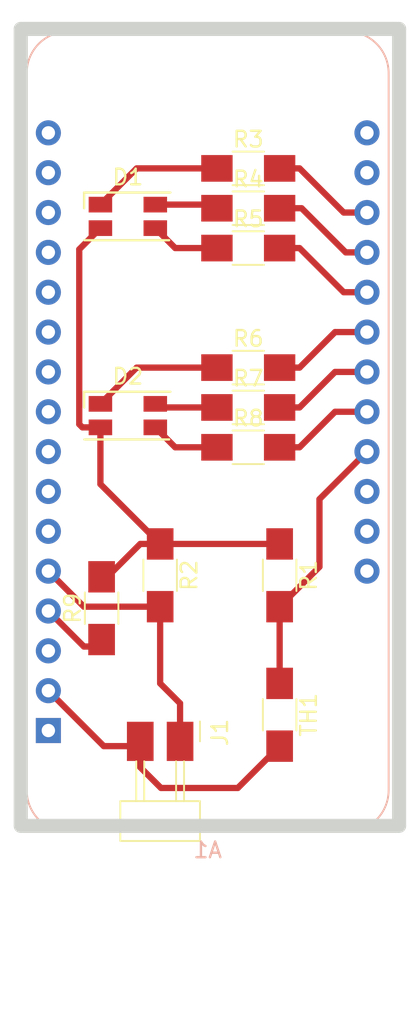
<source format=kicad_pcb>
(kicad_pcb (version 20171130) (host pcbnew "(5.1.12)-1")

  (general
    (thickness 1.6)
    (drawings 4)
    (tracks 57)
    (zones 0)
    (modules 14)
    (nets 35)
  )

  (page A4)
  (layers
    (0 F.Cu signal)
    (31 B.Cu signal)
    (32 B.Adhes user)
    (33 F.Adhes user)
    (34 B.Paste user)
    (35 F.Paste user)
    (36 B.SilkS user)
    (37 F.SilkS user)
    (38 B.Mask user)
    (39 F.Mask user)
    (40 Dwgs.User user)
    (41 Cmts.User user)
    (42 Eco1.User user)
    (43 Eco2.User user)
    (44 Edge.Cuts user)
    (45 Margin user)
    (46 B.CrtYd user)
    (47 F.CrtYd user)
    (48 B.Fab user)
    (49 F.Fab user)
  )

  (setup
    (last_trace_width 0.4)
    (trace_clearance 0.4)
    (zone_clearance 0.508)
    (zone_45_only no)
    (trace_min 0.2)
    (via_size 1)
    (via_drill 0.8)
    (via_min_size 0.4)
    (via_min_drill 0.3)
    (uvia_size 0.3)
    (uvia_drill 0.1)
    (uvias_allowed no)
    (uvia_min_size 0.2)
    (uvia_min_drill 0.1)
    (edge_width 0.05)
    (segment_width 0.2)
    (pcb_text_width 0.3)
    (pcb_text_size 1.5 1.5)
    (mod_edge_width 0.12)
    (mod_text_size 1 1)
    (mod_text_width 0.15)
    (pad_size 1.6 1.6)
    (pad_drill 0.85)
    (pad_to_mask_clearance 0)
    (aux_axis_origin 0 0)
    (visible_elements 7FFFFFFF)
    (pcbplotparams
      (layerselection 0x010fc_ffffffff)
      (usegerberextensions false)
      (usegerberattributes true)
      (usegerberadvancedattributes true)
      (creategerberjobfile true)
      (excludeedgelayer true)
      (linewidth 0.100000)
      (plotframeref false)
      (viasonmask false)
      (mode 1)
      (useauxorigin false)
      (hpglpennumber 1)
      (hpglpenspeed 20)
      (hpglpendiameter 15.000000)
      (psnegative false)
      (psa4output false)
      (plotreference true)
      (plotvalue true)
      (plotinvisibletext false)
      (padsonsilk false)
      (subtractmaskfromsilk false)
      (outputformat 1)
      (mirror false)
      (drillshape 1)
      (scaleselection 1)
      (outputdirectory ""))
  )

  (net 0 "")
  (net 1 "Net-(A1-Pad16)")
  (net 2 "Net-(A1-Pad15)")
  (net 3 "Net-(A1-Pad14)")
  (net 4 "Net-(A1-Pad13)")
  (net 5 "Net-(A1-Pad12)")
  (net 6 "Net-(A1-Pad11)")
  (net 7 "Net-(A1-Pad10)")
  (net 8 "Net-(A1-Pad9)")
  (net 9 FutureLCD2)
  (net 10 FutureLCD)
  (net 11 VoltageDiv2)
  (net 12 VoltageDiv1)
  (net 13 GND)
  (net 14 "Net-(A1-Pad3)")
  (net 15 VCC)
  (net 16 "Net-(A1-Pad1)")
  (net 17 "Net-(A1-Pad28)")
  (net 18 "Net-(A1-Pad27)")
  (net 19 "Net-(A1-Pad26)")
  (net 20 Blue2)
  (net 21 Green2)
  (net 22 Red2)
  (net 23 Blue1)
  (net 24 Green1)
  (net 25 Red1)
  (net 26 "Net-(A1-Pad18)")
  (net 27 "Net-(A1-Pad17)")
  (net 28 "Net-(D1-Pad1)")
  (net 29 "Net-(D1-Pad4)")
  (net 30 "Net-(D1-Pad3)")
  (net 31 "Net-(D2-Pad3)")
  (net 32 "Net-(D2-Pad4)")
  (net 33 "Net-(D2-Pad1)")
  (net 34 "Net-(A1-Pad8)")

  (net_class Default "This is the default net class."
    (clearance 0.4)
    (trace_width 0.4)
    (via_dia 1)
    (via_drill 0.8)
    (uvia_dia 0.3)
    (uvia_drill 0.1)
    (add_net Blue1)
    (add_net Blue2)
    (add_net FutureLCD)
    (add_net FutureLCD2)
    (add_net GND)
    (add_net Green1)
    (add_net Green2)
    (add_net "Net-(A1-Pad1)")
    (add_net "Net-(A1-Pad10)")
    (add_net "Net-(A1-Pad11)")
    (add_net "Net-(A1-Pad12)")
    (add_net "Net-(A1-Pad13)")
    (add_net "Net-(A1-Pad14)")
    (add_net "Net-(A1-Pad15)")
    (add_net "Net-(A1-Pad16)")
    (add_net "Net-(A1-Pad17)")
    (add_net "Net-(A1-Pad18)")
    (add_net "Net-(A1-Pad26)")
    (add_net "Net-(A1-Pad27)")
    (add_net "Net-(A1-Pad28)")
    (add_net "Net-(A1-Pad3)")
    (add_net "Net-(A1-Pad8)")
    (add_net "Net-(A1-Pad9)")
    (add_net "Net-(D1-Pad1)")
    (add_net "Net-(D1-Pad3)")
    (add_net "Net-(D1-Pad4)")
    (add_net "Net-(D2-Pad1)")
    (add_net "Net-(D2-Pad3)")
    (add_net "Net-(D2-Pad4)")
    (add_net Red1)
    (add_net Red2)
    (add_net VCC)
    (add_net VoltageDiv1)
    (add_net VoltageDiv2)
  )

  (module Module:Adafruit_Feather (layer B.Cu) (tedit 62389282) (tstamp 622E7ECD)
    (at 127.490001 77.745001)
    (descr "Common footprint for the Adafruit Feather series of boards, https://learn.adafruit.com/adafruit-feather/feather-specification")
    (tags "Adafruit Feather")
    (path /622AD84A)
    (fp_text reference A1 (at 10.16 7.62) (layer B.SilkS)
      (effects (font (size 1 1) (thickness 0.15)) (justify mirror))
    )
    (fp_text value Adafruit_Feather_HUZZAH32_ESP32 (at 10.16 -45.72 -180) (layer B.Fab)
      (effects (font (size 1 1) (thickness 0.15)) (justify mirror))
    )
    (fp_line (start -0.381 0) (end -1.27 -0.889) (layer B.Fab) (width 0.1))
    (fp_line (start -1.27 0.889) (end -0.381 0) (layer B.Fab) (width 0.1))
    (fp_line (start -1.7 -1) (end -1.7 1) (layer B.SilkS) (width 0.12))
    (fp_line (start 21.84 -41.91) (end 21.84 3.81) (layer B.CrtYd) (width 0.05))
    (fp_line (start 19.05 -44.7) (end 1.27 -44.7) (layer B.CrtYd) (width 0.05))
    (fp_line (start -1.52 -41.91) (end -1.52 3.81) (layer B.CrtYd) (width 0.05))
    (fp_line (start 19.05 6.46) (end 1.27 6.46) (layer B.SilkS) (width 0.12))
    (fp_line (start 19.05 -44.56) (end 1.27 -44.56) (layer B.SilkS) (width 0.12))
    (fp_line (start 21.7 3.81) (end 21.7 -41.91) (layer B.SilkS) (width 0.12))
    (fp_line (start -1.38 3.81) (end -1.38 -41.91) (layer B.SilkS) (width 0.12))
    (fp_line (start 19.05 6.35) (end 1.27 6.35) (layer B.Fab) (width 0.1))
    (fp_line (start -1.27 3.81) (end -1.27 -41.91) (layer B.Fab) (width 0.1))
    (fp_line (start 1.27 -44.45) (end 19.05 -44.45) (layer B.Fab) (width 0.1))
    (fp_line (start 21.59 -41.91) (end 21.59 3.81) (layer B.Fab) (width 0.1))
    (fp_line (start 19.05 6.6) (end 1.27 6.6) (layer B.CrtYd) (width 0.05))
    (fp_arc (start 19.05 3.81) (end 21.84 3.81) (angle 90) (layer B.CrtYd) (width 0.05))
    (fp_arc (start 1.27 3.81) (end 1.27 6.6) (angle 90) (layer B.CrtYd) (width 0.05))
    (fp_arc (start 19.05 -41.91) (end 21.59 -41.91) (angle -90) (layer B.Fab) (width 0.1))
    (fp_arc (start 1.27 -41.91) (end -1.27 -41.91) (angle 88.9) (layer B.Fab) (width 0.1))
    (fp_arc (start 1.27 3.81) (end -1.27 3.81) (angle -90) (layer B.Fab) (width 0.1))
    (fp_arc (start 19.05 3.81) (end 19.05 6.35) (angle -90) (layer B.Fab) (width 0.1))
    (fp_arc (start 1.27 -41.91) (end -1.38 -41.91) (angle 90) (layer B.SilkS) (width 0.12))
    (fp_arc (start 19.05 -41.91) (end 19.05 -44.56) (angle 90) (layer B.SilkS) (width 0.12))
    (fp_arc (start 1.27 3.81) (end 1.27 6.46) (angle 90) (layer B.SilkS) (width 0.12))
    (fp_arc (start 19.05 3.81) (end 21.7 3.81) (angle 90) (layer B.SilkS) (width 0.12))
    (fp_arc (start 1.27 -41.91) (end -1.52 -41.91) (angle 90) (layer B.CrtYd) (width 0.05))
    (fp_arc (start 19.05 -41.91) (end 19.05 -44.7) (angle 90) (layer B.CrtYd) (width 0.05))
    (fp_text user %R (at 10.16 -19.05 -180) (layer B.Fab)
      (effects (font (size 1 1) (thickness 0.15)) (justify mirror))
    )
    (pad 16 thru_hole circle (at 0 -38.1 180) (size 1.6 1.6) (drill 0.85) (layers *.Cu *.Mask)
      (net 1 "Net-(A1-Pad16)"))
    (pad 15 thru_hole circle (at 0 -35.56 180) (size 1.6 1.6) (drill 0.85) (layers *.Cu *.Mask)
      (net 2 "Net-(A1-Pad15)"))
    (pad 14 thru_hole circle (at 0 -33.02 180) (size 1.6 1.6) (drill 0.85) (layers *.Cu *.Mask)
      (net 3 "Net-(A1-Pad14)"))
    (pad 13 thru_hole circle (at 0 -30.48 180) (size 1.6 1.6) (drill 0.85) (layers *.Cu *.Mask)
      (net 4 "Net-(A1-Pad13)"))
    (pad 12 thru_hole circle (at 0 -27.94 180) (size 1.6 1.6) (drill 0.85) (layers *.Cu *.Mask)
      (net 5 "Net-(A1-Pad12)"))
    (pad 11 thru_hole circle (at 0 -25.4 180) (size 1.6 1.6) (drill 0.85) (layers *.Cu *.Mask)
      (net 6 "Net-(A1-Pad11)"))
    (pad 10 thru_hole circle (at 0 -22.86 180) (size 1.6 1.6) (drill 0.85) (layers *.Cu *.Mask)
      (net 7 "Net-(A1-Pad10)"))
    (pad 9 thru_hole circle (at 0 -20.32 180) (size 1.6 1.6) (drill 0.85) (layers *.Cu *.Mask)
      (net 8 "Net-(A1-Pad9)"))
    (pad 8 thru_hole circle (at 0 -17.78 180) (size 1.6 1.6) (drill 0.85) (layers *.Cu *.Mask)
      (net 34 "Net-(A1-Pad8)"))
    (pad 7 thru_hole circle (at 0 -15.24 180) (size 1.6 1.6) (drill 0.85) (layers *.Cu *.Mask)
      (net 9 FutureLCD2))
    (pad 6 thru_hole circle (at 0 -12.7 180) (size 1.6 1.6) (drill 0.85) (layers *.Cu *.Mask)
      (net 10 FutureLCD))
    (pad 5 thru_hole circle (at 0 -10.16 180) (size 1.6 1.6) (drill 0.85) (layers *.Cu *.Mask)
      (net 11 VoltageDiv2))
    (pad 4 thru_hole circle (at 0 -7.62 180) (size 1.6 1.6) (drill 0.85) (layers *.Cu *.Mask)
      (net 13 GND))
    (pad 3 thru_hole circle (at 0 -5.08 180) (size 1.6 1.6) (drill 0.85) (layers *.Cu *.Mask)
      (net 14 "Net-(A1-Pad3)"))
    (pad 2 thru_hole circle (at 0 -2.54 180) (size 1.6 1.6) (drill 0.85) (layers *.Cu *.Mask)
      (net 15 VCC))
    (pad 1 thru_hole rect (at 0 0 180) (size 1.6 1.6) (drill 0.85) (layers *.Cu *.Mask)
      (net 16 "Net-(A1-Pad1)"))
    (pad 28 thru_hole circle (at 20.32 -10.16 180) (size 1.6 1.6) (drill 0.85) (layers *.Cu *.Mask)
      (net 17 "Net-(A1-Pad28)"))
    (pad 27 thru_hole circle (at 20.32 -12.7 180) (size 1.6 1.6) (drill 0.85) (layers *.Cu *.Mask)
      (net 18 "Net-(A1-Pad27)"))
    (pad 26 thru_hole circle (at 20.32 -15.24 180) (size 1.6 1.6) (drill 0.85) (layers *.Cu *.Mask)
      (net 19 "Net-(A1-Pad26)"))
    (pad 25 thru_hole circle (at 20.32 -17.78 180) (size 1.6 1.6) (drill 0.85) (layers *.Cu *.Mask)
      (net 12 VoltageDiv1))
    (pad 24 thru_hole circle (at 20.32 -20.32 180) (size 1.6 1.6) (drill 0.85) (layers *.Cu *.Mask)
      (net 20 Blue2))
    (pad 23 thru_hole circle (at 20.32 -22.86 180) (size 1.6 1.6) (drill 0.85) (layers *.Cu *.Mask)
      (net 21 Green2))
    (pad 22 thru_hole circle (at 20.32 -25.4 180) (size 1.6 1.6) (drill 0.85) (layers *.Cu *.Mask)
      (net 22 Red2))
    (pad 21 thru_hole circle (at 20.32 -27.94 180) (size 1.6 1.6) (drill 0.85) (layers *.Cu *.Mask)
      (net 23 Blue1))
    (pad 20 thru_hole circle (at 20.32 -30.48 180) (size 1.6 1.6) (drill 0.85) (layers *.Cu *.Mask)
      (net 24 Green1))
    (pad 19 thru_hole circle (at 20.32 -33.02 180) (size 1.6 1.6) (drill 0.85) (layers *.Cu *.Mask)
      (net 25 Red1))
    (pad 18 thru_hole circle (at 20.32 -35.56 180) (size 1.6 1.6) (drill 0.85) (layers *.Cu *.Mask)
      (net 26 "Net-(A1-Pad18)"))
    (pad 17 thru_hole circle (at 20.32 -38.1 180) (size 1.6 1.6) (drill 0.85) (layers *.Cu *.Mask)
      (net 27 "Net-(A1-Pad17)"))
    (model ${KISYS3DMOD}/Module.3dshapes/Adafruit_Feather.wrl
      (at (xyz 0 0 0))
      (scale (xyz 1 1 1))
      (rotate (xyz 0 0 0))
    )
  )

  (module fab:LED_RGB_Cree_CLV1A-FKB_3.2x2.8mm (layer F.Cu) (tedit 5EC67E92) (tstamp 622E7EE2)
    (at 132.56 44.97)
    (descr "RGB LED 3.2x2.7mm http://www.avagotech.com/docs/AV02-0610EN")
    (tags "LED 3227")
    (path /622B02F0)
    (attr smd)
    (fp_text reference D1 (at 0 -2.5) (layer F.SilkS)
      (effects (font (size 1 1) (thickness 0.15)))
    )
    (fp_text value LED_RGB_CLV1A-FKB (at 0 2.6) (layer F.Fab)
      (effects (font (size 1 1) (thickness 0.15)))
    )
    (fp_line (start -1.6 -0.675) (end -0.9 -1.4) (layer F.Fab) (width 0.1))
    (fp_line (start -1.6 1.4) (end -1.6 -0.675) (layer F.Fab) (width 0.1))
    (fp_line (start 1.6 1.4) (end -1.6 1.4) (layer F.Fab) (width 0.1))
    (fp_line (start 1.6 -1.4) (end 1.6 1.4) (layer F.Fab) (width 0.1))
    (fp_line (start -0.9 -1.4) (end 1.6 -1.4) (layer F.Fab) (width 0.1))
    (fp_line (start -2.79 -0.52) (end -2.79 -1.52) (layer F.SilkS) (width 0.15))
    (fp_line (start 2.71 -1.52) (end -2.79 -1.52) (layer F.SilkS) (width 0.15))
    (fp_line (start 2.63 1.52) (end -2.77 1.52) (layer F.SilkS) (width 0.15))
    (fp_line (start 2.85 1.65) (end 2.85 -1.65) (layer F.CrtYd) (width 0.05))
    (fp_line (start -2.95 -1.65) (end -2.95 1.65) (layer F.CrtYd) (width 0.05))
    (fp_line (start -2.95 1.65) (end 2.85 1.65) (layer F.CrtYd) (width 0.05))
    (fp_line (start 2.85 -1.65) (end -2.95 -1.65) (layer F.CrtYd) (width 0.05))
    (fp_text user %R (at 0 -2.5) (layer F.Fab)
      (effects (font (size 1 1) (thickness 0.15)))
    )
    (pad 1 smd rect (at -1.75 -0.75 180) (size 1.5 1) (layers F.Cu F.Paste F.Mask)
      (net 28 "Net-(D1-Pad1)"))
    (pad 2 smd rect (at -1.75 0.75 180) (size 1.5 1) (layers F.Cu F.Paste F.Mask)
      (net 13 GND))
    (pad 4 smd rect (at 1.75 -0.75 180) (size 1.5 1) (layers F.Cu F.Paste F.Mask)
      (net 29 "Net-(D1-Pad4)"))
    (pad 3 smd rect (at 1.75 0.75 180) (size 1.5 1) (layers F.Cu F.Paste F.Mask)
      (net 30 "Net-(D1-Pad3)"))
    (model ${KISYS3DMOD}/LEDs.3dshapes/LED_RGB_1210.wrl
      (at (xyz 0 0 0))
      (scale (xyz 1 1 1))
      (rotate (xyz 0 0 0))
    )
  )

  (module fab:LED_RGB_Cree_CLV1A-FKB_3.2x2.8mm (layer F.Cu) (tedit 5EC67E92) (tstamp 622E7EF7)
    (at 132.56 57.67)
    (descr "RGB LED 3.2x2.7mm http://www.avagotech.com/docs/AV02-0610EN")
    (tags "LED 3227")
    (path /6230B1DD)
    (attr smd)
    (fp_text reference D2 (at 0 -2.5) (layer F.SilkS)
      (effects (font (size 1 1) (thickness 0.15)))
    )
    (fp_text value LED_RGB_CLV1A-FKB (at 0 2.6) (layer F.Fab)
      (effects (font (size 1 1) (thickness 0.15)))
    )
    (fp_line (start 2.85 -1.65) (end -2.95 -1.65) (layer F.CrtYd) (width 0.05))
    (fp_line (start -2.95 1.65) (end 2.85 1.65) (layer F.CrtYd) (width 0.05))
    (fp_line (start -2.95 -1.65) (end -2.95 1.65) (layer F.CrtYd) (width 0.05))
    (fp_line (start 2.85 1.65) (end 2.85 -1.65) (layer F.CrtYd) (width 0.05))
    (fp_line (start 2.63 1.52) (end -2.77 1.52) (layer F.SilkS) (width 0.15))
    (fp_line (start 2.71 -1.52) (end -2.79 -1.52) (layer F.SilkS) (width 0.15))
    (fp_line (start -2.79 -0.52) (end -2.79 -1.52) (layer F.SilkS) (width 0.15))
    (fp_line (start -0.9 -1.4) (end 1.6 -1.4) (layer F.Fab) (width 0.1))
    (fp_line (start 1.6 -1.4) (end 1.6 1.4) (layer F.Fab) (width 0.1))
    (fp_line (start 1.6 1.4) (end -1.6 1.4) (layer F.Fab) (width 0.1))
    (fp_line (start -1.6 1.4) (end -1.6 -0.675) (layer F.Fab) (width 0.1))
    (fp_line (start -1.6 -0.675) (end -0.9 -1.4) (layer F.Fab) (width 0.1))
    (fp_text user %R (at 0 -2.5) (layer F.Fab)
      (effects (font (size 1 1) (thickness 0.15)))
    )
    (pad 3 smd rect (at 1.75 0.75 180) (size 1.5 1) (layers F.Cu F.Paste F.Mask)
      (net 31 "Net-(D2-Pad3)"))
    (pad 4 smd rect (at 1.75 -0.75 180) (size 1.5 1) (layers F.Cu F.Paste F.Mask)
      (net 32 "Net-(D2-Pad4)"))
    (pad 2 smd rect (at -1.75 0.75 180) (size 1.5 1) (layers F.Cu F.Paste F.Mask)
      (net 13 GND))
    (pad 1 smd rect (at -1.75 -0.75 180) (size 1.5 1) (layers F.Cu F.Paste F.Mask)
      (net 33 "Net-(D2-Pad1)"))
    (model ${KISYS3DMOD}/LEDs.3dshapes/LED_RGB_1210.wrl
      (at (xyz 0 0 0))
      (scale (xyz 1 1 1))
      (rotate (xyz 0 0 0))
    )
  )

  (module fab:R_1206 (layer F.Cu) (tedit 60020482) (tstamp 622E7F08)
    (at 142.24 67.85 270)
    (descr "Resistor SMD 1206, hand soldering")
    (tags "resistor 1206")
    (path /62323B93)
    (attr smd)
    (fp_text reference R1 (at 0 -1.85 90) (layer F.SilkS)
      (effects (font (size 1 1) (thickness 0.15)))
    )
    (fp_text value R (at 0 1.9 90) (layer F.Fab)
      (effects (font (size 1 1) (thickness 0.15)))
    )
    (fp_line (start 3.25 1.1) (end -3.25 1.1) (layer F.CrtYd) (width 0.05))
    (fp_line (start 3.25 1.1) (end 3.25 -1.11) (layer F.CrtYd) (width 0.05))
    (fp_line (start -3.25 -1.11) (end -3.25 1.1) (layer F.CrtYd) (width 0.05))
    (fp_line (start -3.25 -1.11) (end 3.25 -1.11) (layer F.CrtYd) (width 0.05))
    (fp_line (start -1 -1.07) (end 1 -1.07) (layer F.SilkS) (width 0.12))
    (fp_line (start 1 1.07) (end -1 1.07) (layer F.SilkS) (width 0.12))
    (fp_line (start -1.6 -0.8) (end 1.6 -0.8) (layer F.Fab) (width 0.1))
    (fp_line (start 1.6 -0.8) (end 1.6 0.8) (layer F.Fab) (width 0.1))
    (fp_line (start 1.6 0.8) (end -1.6 0.8) (layer F.Fab) (width 0.1))
    (fp_line (start -1.6 0.8) (end -1.6 -0.8) (layer F.Fab) (width 0.1))
    (fp_text user %R (at 0 0 90) (layer F.Fab)
      (effects (font (size 0.7 0.7) (thickness 0.105)))
    )
    (pad 2 smd rect (at 2 0 270) (size 2 1.7) (layers F.Cu F.Paste F.Mask)
      (net 12 VoltageDiv1))
    (pad 1 smd rect (at -2 0 270) (size 2 1.7) (layers F.Cu F.Paste F.Mask)
      (net 13 GND))
    (model ${FAB}/fab.3dshapes/R_1206.step
      (at (xyz 0 0 0))
      (scale (xyz 1 1 1))
      (rotate (xyz 0 0 0))
    )
  )

  (module fab:R_1206 (layer F.Cu) (tedit 60020482) (tstamp 622E7F19)
    (at 134.62 67.85 270)
    (descr "Resistor SMD 1206, hand soldering")
    (tags "resistor 1206")
    (path /6232B4F1)
    (attr smd)
    (fp_text reference R2 (at 0 -1.85 90) (layer F.SilkS)
      (effects (font (size 1 1) (thickness 0.15)))
    )
    (fp_text value R (at 0 1.9 90) (layer F.Fab)
      (effects (font (size 1 1) (thickness 0.15)))
    )
    (fp_line (start -1.6 0.8) (end -1.6 -0.8) (layer F.Fab) (width 0.1))
    (fp_line (start 1.6 0.8) (end -1.6 0.8) (layer F.Fab) (width 0.1))
    (fp_line (start 1.6 -0.8) (end 1.6 0.8) (layer F.Fab) (width 0.1))
    (fp_line (start -1.6 -0.8) (end 1.6 -0.8) (layer F.Fab) (width 0.1))
    (fp_line (start 1 1.07) (end -1 1.07) (layer F.SilkS) (width 0.12))
    (fp_line (start -1 -1.07) (end 1 -1.07) (layer F.SilkS) (width 0.12))
    (fp_line (start -3.25 -1.11) (end 3.25 -1.11) (layer F.CrtYd) (width 0.05))
    (fp_line (start -3.25 -1.11) (end -3.25 1.1) (layer F.CrtYd) (width 0.05))
    (fp_line (start 3.25 1.1) (end 3.25 -1.11) (layer F.CrtYd) (width 0.05))
    (fp_line (start 3.25 1.1) (end -3.25 1.1) (layer F.CrtYd) (width 0.05))
    (fp_text user %R (at 0 0 90) (layer F.Fab)
      (effects (font (size 0.7 0.7) (thickness 0.105)))
    )
    (pad 1 smd rect (at -2 0 270) (size 2 1.7) (layers F.Cu F.Paste F.Mask)
      (net 13 GND))
    (pad 2 smd rect (at 2 0 270) (size 2 1.7) (layers F.Cu F.Paste F.Mask)
      (net 11 VoltageDiv2))
    (model ${FAB}/fab.3dshapes/R_1206.step
      (at (xyz 0 0 0))
      (scale (xyz 1 1 1))
      (rotate (xyz 0 0 0))
    )
  )

  (module fab:R_1206 (layer F.Cu) (tedit 60020482) (tstamp 622E7F2A)
    (at 140.24 41.91)
    (descr "Resistor SMD 1206, hand soldering")
    (tags "resistor 1206")
    (path /62329921)
    (attr smd)
    (fp_text reference R3 (at 0 -1.85) (layer F.SilkS)
      (effects (font (size 1 1) (thickness 0.15)))
    )
    (fp_text value R (at 0 1.9) (layer F.Fab)
      (effects (font (size 1 1) (thickness 0.15)))
    )
    (fp_line (start 3.25 1.1) (end -3.25 1.1) (layer F.CrtYd) (width 0.05))
    (fp_line (start 3.25 1.1) (end 3.25 -1.11) (layer F.CrtYd) (width 0.05))
    (fp_line (start -3.25 -1.11) (end -3.25 1.1) (layer F.CrtYd) (width 0.05))
    (fp_line (start -3.25 -1.11) (end 3.25 -1.11) (layer F.CrtYd) (width 0.05))
    (fp_line (start -1 -1.07) (end 1 -1.07) (layer F.SilkS) (width 0.12))
    (fp_line (start 1 1.07) (end -1 1.07) (layer F.SilkS) (width 0.12))
    (fp_line (start -1.6 -0.8) (end 1.6 -0.8) (layer F.Fab) (width 0.1))
    (fp_line (start 1.6 -0.8) (end 1.6 0.8) (layer F.Fab) (width 0.1))
    (fp_line (start 1.6 0.8) (end -1.6 0.8) (layer F.Fab) (width 0.1))
    (fp_line (start -1.6 0.8) (end -1.6 -0.8) (layer F.Fab) (width 0.1))
    (fp_text user %R (at 0 0) (layer F.Fab)
      (effects (font (size 0.7 0.7) (thickness 0.105)))
    )
    (pad 2 smd rect (at 2 0) (size 2 1.7) (layers F.Cu F.Paste F.Mask)
      (net 25 Red1))
    (pad 1 smd rect (at -2 0) (size 2 1.7) (layers F.Cu F.Paste F.Mask)
      (net 28 "Net-(D1-Pad1)"))
    (model ${FAB}/fab.3dshapes/R_1206.step
      (at (xyz 0 0 0))
      (scale (xyz 1 1 1))
      (rotate (xyz 0 0 0))
    )
  )

  (module fab:R_1206 (layer F.Cu) (tedit 60020482) (tstamp 622E7F3B)
    (at 140.24 44.45)
    (descr "Resistor SMD 1206, hand soldering")
    (tags "resistor 1206")
    (path /623296E8)
    (attr smd)
    (fp_text reference R4 (at 0 -1.85) (layer F.SilkS)
      (effects (font (size 1 1) (thickness 0.15)))
    )
    (fp_text value R (at 0 1.9) (layer F.Fab)
      (effects (font (size 1 1) (thickness 0.15)))
    )
    (fp_line (start -1.6 0.8) (end -1.6 -0.8) (layer F.Fab) (width 0.1))
    (fp_line (start 1.6 0.8) (end -1.6 0.8) (layer F.Fab) (width 0.1))
    (fp_line (start 1.6 -0.8) (end 1.6 0.8) (layer F.Fab) (width 0.1))
    (fp_line (start -1.6 -0.8) (end 1.6 -0.8) (layer F.Fab) (width 0.1))
    (fp_line (start 1 1.07) (end -1 1.07) (layer F.SilkS) (width 0.12))
    (fp_line (start -1 -1.07) (end 1 -1.07) (layer F.SilkS) (width 0.12))
    (fp_line (start -3.25 -1.11) (end 3.25 -1.11) (layer F.CrtYd) (width 0.05))
    (fp_line (start -3.25 -1.11) (end -3.25 1.1) (layer F.CrtYd) (width 0.05))
    (fp_line (start 3.25 1.1) (end 3.25 -1.11) (layer F.CrtYd) (width 0.05))
    (fp_line (start 3.25 1.1) (end -3.25 1.1) (layer F.CrtYd) (width 0.05))
    (fp_text user %R (at 0 0) (layer F.Fab)
      (effects (font (size 0.7 0.7) (thickness 0.105)))
    )
    (pad 1 smd rect (at -2 0) (size 2 1.7) (layers F.Cu F.Paste F.Mask)
      (net 29 "Net-(D1-Pad4)"))
    (pad 2 smd rect (at 2 0) (size 2 1.7) (layers F.Cu F.Paste F.Mask)
      (net 24 Green1))
    (model ${FAB}/fab.3dshapes/R_1206.step
      (at (xyz 0 0 0))
      (scale (xyz 1 1 1))
      (rotate (xyz 0 0 0))
    )
  )

  (module fab:R_1206 (layer F.Cu) (tedit 60020482) (tstamp 622E7F4C)
    (at 140.24 46.99)
    (descr "Resistor SMD 1206, hand soldering")
    (tags "resistor 1206")
    (path /62328DB4)
    (attr smd)
    (fp_text reference R5 (at 0 -1.85) (layer F.SilkS)
      (effects (font (size 1 1) (thickness 0.15)))
    )
    (fp_text value R (at 0 1.9) (layer F.Fab)
      (effects (font (size 1 1) (thickness 0.15)))
    )
    (fp_line (start 3.25 1.1) (end -3.25 1.1) (layer F.CrtYd) (width 0.05))
    (fp_line (start 3.25 1.1) (end 3.25 -1.11) (layer F.CrtYd) (width 0.05))
    (fp_line (start -3.25 -1.11) (end -3.25 1.1) (layer F.CrtYd) (width 0.05))
    (fp_line (start -3.25 -1.11) (end 3.25 -1.11) (layer F.CrtYd) (width 0.05))
    (fp_line (start -1 -1.07) (end 1 -1.07) (layer F.SilkS) (width 0.12))
    (fp_line (start 1 1.07) (end -1 1.07) (layer F.SilkS) (width 0.12))
    (fp_line (start -1.6 -0.8) (end 1.6 -0.8) (layer F.Fab) (width 0.1))
    (fp_line (start 1.6 -0.8) (end 1.6 0.8) (layer F.Fab) (width 0.1))
    (fp_line (start 1.6 0.8) (end -1.6 0.8) (layer F.Fab) (width 0.1))
    (fp_line (start -1.6 0.8) (end -1.6 -0.8) (layer F.Fab) (width 0.1))
    (fp_text user %R (at 0 0) (layer F.Fab)
      (effects (font (size 0.7 0.7) (thickness 0.105)))
    )
    (pad 2 smd rect (at 2 0) (size 2 1.7) (layers F.Cu F.Paste F.Mask)
      (net 23 Blue1))
    (pad 1 smd rect (at -2 0) (size 2 1.7) (layers F.Cu F.Paste F.Mask)
      (net 30 "Net-(D1-Pad3)"))
    (model ${FAB}/fab.3dshapes/R_1206.step
      (at (xyz 0 0 0))
      (scale (xyz 1 1 1))
      (rotate (xyz 0 0 0))
    )
  )

  (module fab:R_1206 (layer F.Cu) (tedit 60020482) (tstamp 622E7F5D)
    (at 140.24 54.61)
    (descr "Resistor SMD 1206, hand soldering")
    (tags "resistor 1206")
    (path /62330EC5)
    (attr smd)
    (fp_text reference R6 (at 0 -1.85) (layer F.SilkS)
      (effects (font (size 1 1) (thickness 0.15)))
    )
    (fp_text value R (at 0 1.9) (layer F.Fab)
      (effects (font (size 1 1) (thickness 0.15)))
    )
    (fp_line (start -1.6 0.8) (end -1.6 -0.8) (layer F.Fab) (width 0.1))
    (fp_line (start 1.6 0.8) (end -1.6 0.8) (layer F.Fab) (width 0.1))
    (fp_line (start 1.6 -0.8) (end 1.6 0.8) (layer F.Fab) (width 0.1))
    (fp_line (start -1.6 -0.8) (end 1.6 -0.8) (layer F.Fab) (width 0.1))
    (fp_line (start 1 1.07) (end -1 1.07) (layer F.SilkS) (width 0.12))
    (fp_line (start -1 -1.07) (end 1 -1.07) (layer F.SilkS) (width 0.12))
    (fp_line (start -3.25 -1.11) (end 3.25 -1.11) (layer F.CrtYd) (width 0.05))
    (fp_line (start -3.25 -1.11) (end -3.25 1.1) (layer F.CrtYd) (width 0.05))
    (fp_line (start 3.25 1.1) (end 3.25 -1.11) (layer F.CrtYd) (width 0.05))
    (fp_line (start 3.25 1.1) (end -3.25 1.1) (layer F.CrtYd) (width 0.05))
    (fp_text user %R (at 0 0) (layer F.Fab)
      (effects (font (size 0.7 0.7) (thickness 0.105)))
    )
    (pad 1 smd rect (at -2 0) (size 2 1.7) (layers F.Cu F.Paste F.Mask)
      (net 33 "Net-(D2-Pad1)"))
    (pad 2 smd rect (at 2 0) (size 2 1.7) (layers F.Cu F.Paste F.Mask)
      (net 22 Red2))
    (model ${FAB}/fab.3dshapes/R_1206.step
      (at (xyz 0 0 0))
      (scale (xyz 1 1 1))
      (rotate (xyz 0 0 0))
    )
  )

  (module fab:R_1206 (layer F.Cu) (tedit 60020482) (tstamp 622E7F6E)
    (at 140.24 57.15)
    (descr "Resistor SMD 1206, hand soldering")
    (tags "resistor 1206")
    (path /62331778)
    (attr smd)
    (fp_text reference R7 (at 0 -1.85) (layer F.SilkS)
      (effects (font (size 1 1) (thickness 0.15)))
    )
    (fp_text value R (at 0 1.9) (layer F.Fab)
      (effects (font (size 1 1) (thickness 0.15)))
    )
    (fp_line (start 3.25 1.1) (end -3.25 1.1) (layer F.CrtYd) (width 0.05))
    (fp_line (start 3.25 1.1) (end 3.25 -1.11) (layer F.CrtYd) (width 0.05))
    (fp_line (start -3.25 -1.11) (end -3.25 1.1) (layer F.CrtYd) (width 0.05))
    (fp_line (start -3.25 -1.11) (end 3.25 -1.11) (layer F.CrtYd) (width 0.05))
    (fp_line (start -1 -1.07) (end 1 -1.07) (layer F.SilkS) (width 0.12))
    (fp_line (start 1 1.07) (end -1 1.07) (layer F.SilkS) (width 0.12))
    (fp_line (start -1.6 -0.8) (end 1.6 -0.8) (layer F.Fab) (width 0.1))
    (fp_line (start 1.6 -0.8) (end 1.6 0.8) (layer F.Fab) (width 0.1))
    (fp_line (start 1.6 0.8) (end -1.6 0.8) (layer F.Fab) (width 0.1))
    (fp_line (start -1.6 0.8) (end -1.6 -0.8) (layer F.Fab) (width 0.1))
    (fp_text user %R (at 0 0) (layer F.Fab)
      (effects (font (size 0.7 0.7) (thickness 0.105)))
    )
    (pad 2 smd rect (at 2 0) (size 2 1.7) (layers F.Cu F.Paste F.Mask)
      (net 21 Green2))
    (pad 1 smd rect (at -2 0) (size 2 1.7) (layers F.Cu F.Paste F.Mask)
      (net 32 "Net-(D2-Pad4)"))
    (model ${FAB}/fab.3dshapes/R_1206.step
      (at (xyz 0 0 0))
      (scale (xyz 1 1 1))
      (rotate (xyz 0 0 0))
    )
  )

  (module fab:R_1206 (layer F.Cu) (tedit 60020482) (tstamp 622E7F7F)
    (at 140.24 59.69)
    (descr "Resistor SMD 1206, hand soldering")
    (tags "resistor 1206")
    (path /623322EA)
    (attr smd)
    (fp_text reference R8 (at 0 -1.85) (layer F.SilkS)
      (effects (font (size 1 1) (thickness 0.15)))
    )
    (fp_text value R (at 0 1.9) (layer F.Fab)
      (effects (font (size 1 1) (thickness 0.15)))
    )
    (fp_line (start -1.6 0.8) (end -1.6 -0.8) (layer F.Fab) (width 0.1))
    (fp_line (start 1.6 0.8) (end -1.6 0.8) (layer F.Fab) (width 0.1))
    (fp_line (start 1.6 -0.8) (end 1.6 0.8) (layer F.Fab) (width 0.1))
    (fp_line (start -1.6 -0.8) (end 1.6 -0.8) (layer F.Fab) (width 0.1))
    (fp_line (start 1 1.07) (end -1 1.07) (layer F.SilkS) (width 0.12))
    (fp_line (start -1 -1.07) (end 1 -1.07) (layer F.SilkS) (width 0.12))
    (fp_line (start -3.25 -1.11) (end 3.25 -1.11) (layer F.CrtYd) (width 0.05))
    (fp_line (start -3.25 -1.11) (end -3.25 1.1) (layer F.CrtYd) (width 0.05))
    (fp_line (start 3.25 1.1) (end 3.25 -1.11) (layer F.CrtYd) (width 0.05))
    (fp_line (start 3.25 1.1) (end -3.25 1.1) (layer F.CrtYd) (width 0.05))
    (fp_text user %R (at 0 0) (layer F.Fab)
      (effects (font (size 0.7 0.7) (thickness 0.105)))
    )
    (pad 1 smd rect (at -2 0) (size 2 1.7) (layers F.Cu F.Paste F.Mask)
      (net 31 "Net-(D2-Pad3)"))
    (pad 2 smd rect (at 2 0) (size 2 1.7) (layers F.Cu F.Paste F.Mask)
      (net 20 Blue2))
    (model ${FAB}/fab.3dshapes/R_1206.step
      (at (xyz 0 0 0))
      (scale (xyz 1 1 1))
      (rotate (xyz 0 0 0))
    )
  )

  (module fab:R_1206 (layer F.Cu) (tedit 60020482) (tstamp 622E7F90)
    (at 142.24 76.74 270)
    (descr "Resistor SMD 1206, hand soldering")
    (tags "resistor 1206")
    (path /622B4A45)
    (attr smd)
    (fp_text reference TH1 (at 0 -1.85 90) (layer F.SilkS)
      (effects (font (size 1 1) (thickness 0.15)))
    )
    (fp_text value Thermistor_NTC (at 0 1.9 90) (layer F.Fab)
      (effects (font (size 1 1) (thickness 0.15)))
    )
    (fp_line (start -1.6 0.8) (end -1.6 -0.8) (layer F.Fab) (width 0.1))
    (fp_line (start 1.6 0.8) (end -1.6 0.8) (layer F.Fab) (width 0.1))
    (fp_line (start 1.6 -0.8) (end 1.6 0.8) (layer F.Fab) (width 0.1))
    (fp_line (start -1.6 -0.8) (end 1.6 -0.8) (layer F.Fab) (width 0.1))
    (fp_line (start 1 1.07) (end -1 1.07) (layer F.SilkS) (width 0.12))
    (fp_line (start -1 -1.07) (end 1 -1.07) (layer F.SilkS) (width 0.12))
    (fp_line (start -3.25 -1.11) (end 3.25 -1.11) (layer F.CrtYd) (width 0.05))
    (fp_line (start -3.25 -1.11) (end -3.25 1.1) (layer F.CrtYd) (width 0.05))
    (fp_line (start 3.25 1.1) (end 3.25 -1.11) (layer F.CrtYd) (width 0.05))
    (fp_line (start 3.25 1.1) (end -3.25 1.1) (layer F.CrtYd) (width 0.05))
    (fp_text user %R (at 1.314999 0 90) (layer F.Fab)
      (effects (font (size 0.7 0.7) (thickness 0.105)))
    )
    (pad 1 smd rect (at -2 0 270) (size 2 1.7) (layers F.Cu F.Paste F.Mask)
      (net 12 VoltageDiv1))
    (pad 2 smd rect (at 2 0 270) (size 2 1.7) (layers F.Cu F.Paste F.Mask)
      (net 15 VCC))
    (model ${FAB}/fab.3dshapes/R_1206.step
      (at (xyz 0 0 0))
      (scale (xyz 1 1 1))
      (rotate (xyz 0 0 0))
    )
  )

  (module fab:R_1206 (layer F.Cu) (tedit 60020482) (tstamp 622EC811)
    (at 130.8862 69.945 90)
    (descr "Resistor SMD 1206, hand soldering")
    (tags "resistor 1206")
    (path /6235C44B)
    (attr smd)
    (fp_text reference R9 (at 0 -1.85 90) (layer F.SilkS)
      (effects (font (size 1 1) (thickness 0.15)))
    )
    (fp_text value R (at 0 1.9 90) (layer F.Fab)
      (effects (font (size 1 1) (thickness 0.15)))
    )
    (fp_line (start 3.25 1.1) (end -3.25 1.1) (layer F.CrtYd) (width 0.05))
    (fp_line (start 3.25 1.1) (end 3.25 -1.11) (layer F.CrtYd) (width 0.05))
    (fp_line (start -3.25 -1.11) (end -3.25 1.1) (layer F.CrtYd) (width 0.05))
    (fp_line (start -3.25 -1.11) (end 3.25 -1.11) (layer F.CrtYd) (width 0.05))
    (fp_line (start -1 -1.07) (end 1 -1.07) (layer F.SilkS) (width 0.12))
    (fp_line (start 1 1.07) (end -1 1.07) (layer F.SilkS) (width 0.12))
    (fp_line (start -1.6 -0.8) (end 1.6 -0.8) (layer F.Fab) (width 0.1))
    (fp_line (start 1.6 -0.8) (end 1.6 0.8) (layer F.Fab) (width 0.1))
    (fp_line (start 1.6 0.8) (end -1.6 0.8) (layer F.Fab) (width 0.1))
    (fp_line (start -1.6 0.8) (end -1.6 -0.8) (layer F.Fab) (width 0.1))
    (fp_text user %R (at 0 0 90) (layer F.Fab)
      (effects (font (size 0.7 0.7) (thickness 0.105)))
    )
    (pad 2 smd rect (at 2 0 90) (size 2 1.7) (layers F.Cu F.Paste F.Mask)
      (net 13 GND))
    (pad 1 smd rect (at -2 0 90) (size 2 1.7) (layers F.Cu F.Paste F.Mask)
      (net 13 GND))
    (model ${FAB}/fab.3dshapes/R_1206.step
      (at (xyz 0 0 0))
      (scale (xyz 1 1 1))
      (rotate (xyz 0 0 0))
    )
  )

  (module fab:PinHeader_1x02_P2.54mm_Horizontal_SMD (layer F.Cu) (tedit 608518ED) (tstamp 623072EC)
    (at 135.89 78.4352 270)
    (descr https://s3.amazonaws.com/catalogspreads-pdf/PAGE112-113%20.100%20MALE%20HDR.pdf)
    (tags "horizontal pin header SMD 2.54mm")
    (path /62306D3D)
    (attr smd)
    (fp_text reference J1 (at -1.524 -2.54 270) (layer F.SilkS)
      (effects (font (size 1 1) (thickness 0.15)) (justify right))
    )
    (fp_text value Conn_Header_JST_PH_1x02_P2mm_Vertical_SMD (at 0 5.715 90) (layer F.Fab)
      (effects (font (size 1 1) (thickness 0.15)))
    )
    (fp_line (start 6.4 -1.8) (end -1.8 -1.8) (layer F.CrtYd) (width 0.05))
    (fp_line (start 6.4 4.3) (end 6.4 -1.8) (layer F.CrtYd) (width 0.05))
    (fp_line (start -1.8 4.3) (end 6.4 4.3) (layer F.CrtYd) (width 0.05))
    (fp_line (start -1.8 -1.8) (end -1.8 4.3) (layer F.CrtYd) (width 0.05))
    (fp_line (start -1.27 -1.27) (end 0 -1.27) (layer F.SilkS) (width 0.12))
    (fp_line (start 3.81 3.81) (end 3.8 -1.27) (layer F.Fab) (width 0.1))
    (fp_line (start 3.8 -1.27) (end 6.34 -1.27) (layer F.Fab) (width 0.1))
    (fp_line (start 3.8 3.81) (end 6.35 3.81) (layer F.Fab) (width 0.1))
    (fp_line (start 6.34 -1.27) (end 6.35 3.81) (layer F.Fab) (width 0.1))
    (fp_line (start 3.81 0) (end -0.635 0) (layer F.Fab) (width 0.1))
    (fp_line (start 3.81 2.54) (end -0.635 2.54) (layer F.Fab) (width 0.1))
    (fp_line (start 3.81 -1.27) (end 6.35 -1.27) (layer F.SilkS) (width 0.12))
    (fp_line (start 6.35 -1.27) (end 6.35 3.81) (layer F.SilkS) (width 0.12))
    (fp_line (start 6.35 3.81) (end 3.81 3.81) (layer F.SilkS) (width 0.12))
    (fp_line (start 3.81 3.81) (end 3.81 -1.27) (layer F.SilkS) (width 0.12))
    (fp_line (start 3.81 -0.254) (end 1.27 -0.254) (layer F.SilkS) (width 0.12))
    (fp_line (start 3.81 0.254) (end 1.27 0.254) (layer F.SilkS) (width 0.12))
    (fp_line (start 3.81 2.286) (end 1.27 2.286) (layer F.SilkS) (width 0.12))
    (fp_line (start 3.81 2.794) (end 1.27 2.794) (layer F.SilkS) (width 0.12))
    (fp_line (start -0.635 -0.254) (end -0.635 0.254) (layer F.Fab) (width 0.1))
    (fp_line (start -0.635 2.286) (end -0.635 2.794) (layer F.Fab) (width 0.1))
    (fp_text user %R (at 2.6 1.2) (layer F.Fab)
      (effects (font (size 1 1) (thickness 0.15)))
    )
    (pad 1 smd rect (at 0 0 270) (size 2.5 1.7) (layers F.Cu F.Paste F.Mask)
      (net 11 VoltageDiv2))
    (pad 2 smd rect (at 0 2.54 270) (size 2.5 1.7) (layers F.Cu F.Paste F.Mask)
      (net 15 VCC))
    (model ${FAB}/fab.3dshapes/Header_SMD_01x02_P2.54mm_Horizontal_Male.step
      (at (xyz 0 0 0))
      (scale (xyz 1 1 1))
      (rotate (xyz 0 0 0))
    )
  )

  (gr_line (start 125.73 83.82) (end 125.73 33.02) (layer Edge.Cuts) (width 0.9) (tstamp 622ED5D6))
  (gr_line (start 149.86 83.82) (end 125.73 83.82) (layer Edge.Cuts) (width 0.9))
  (gr_line (start 149.86 33.02) (end 149.86 83.82) (layer Edge.Cuts) (width 0.9))
  (gr_line (start 125.73 33.02) (end 149.86 33.02) (layer Edge.Cuts) (width 0.9))

  (segment (start 134.62 69.85) (end 134.62 74.74) (width 0.4) (layer F.Cu) (net 11))
  (segment (start 129.755 69.85) (end 127.490001 67.585001) (width 0.4) (layer F.Cu) (net 11))
  (segment (start 134.62 69.85) (end 129.755 69.85) (width 0.4) (layer F.Cu) (net 11))
  (segment (start 135.89 76.01) (end 135.89 78.4352) (width 0.4) (layer F.Cu) (net 11))
  (segment (start 134.62 74.74) (end 135.89 76.01) (width 0.4) (layer F.Cu) (net 11))
  (segment (start 142.24 74.74) (end 142.24 69.85) (width 0.4) (layer F.Cu) (net 12))
  (segment (start 147.810001 59.965001) (end 144.78 62.995002) (width 0.4) (layer F.Cu) (net 12))
  (segment (start 144.78 67.31) (end 142.24 69.85) (width 0.4) (layer F.Cu) (net 12))
  (segment (start 144.78 62.995002) (end 144.78 67.31) (width 0.4) (layer F.Cu) (net 12))
  (segment (start 129.66 58.42) (end 130.81 58.42) (width 0.4) (layer F.Cu) (net 13))
  (segment (start 129.459999 58.219999) (end 129.66 58.42) (width 0.4) (layer F.Cu) (net 13))
  (segment (start 129.459999 47.070001) (end 129.459999 58.219999) (width 0.4) (layer F.Cu) (net 13))
  (segment (start 130.81 45.72) (end 129.459999 47.070001) (width 0.4) (layer F.Cu) (net 13))
  (segment (start 142.24 65.85) (end 134.62 65.85) (width 0.4) (layer F.Cu) (net 13))
  (segment (start 130.81 62.04) (end 134.62 65.85) (width 0.4) (layer F.Cu) (net 13))
  (segment (start 130.81 58.42) (end 130.81 62.04) (width 0.4) (layer F.Cu) (net 13))
  (segment (start 133.35 65.85) (end 130.81 68.39) (width 0.4) (layer F.Cu) (net 13))
  (segment (start 134.62 65.85) (end 133.35 65.85) (width 0.4) (layer F.Cu) (net 13))
  (segment (start 129.755 72.39) (end 127.490001 70.125001) (width 0.4) (layer F.Cu) (net 13))
  (segment (start 130.81 72.39) (end 129.755 72.39) (width 0.4) (layer F.Cu) (net 13))
  (segment (start 131.025 78.74) (end 127.490001 75.205001) (width 0.4) (layer F.Cu) (net 15))
  (segment (start 133.0452 78.74) (end 133.35 78.4352) (width 0.4) (layer F.Cu) (net 15))
  (segment (start 131.025 78.74) (end 133.0452 78.74) (width 0.4) (layer F.Cu) (net 15))
  (segment (start 133.35 80.0852) (end 134.6718 81.407) (width 0.4) (layer F.Cu) (net 15))
  (segment (start 133.35 78.4352) (end 133.35 80.0852) (width 0.4) (layer F.Cu) (net 15))
  (segment (start 139.573 81.407) (end 142.24 78.74) (width 0.4) (layer F.Cu) (net 15))
  (segment (start 134.6718 81.407) (end 139.573 81.407) (width 0.4) (layer F.Cu) (net 15))
  (segment (start 142.24 59.69) (end 143.51 59.69) (width 0.4) (layer F.Cu) (net 20))
  (segment (start 145.774999 57.425001) (end 147.810001 57.425001) (width 0.4) (layer F.Cu) (net 20))
  (segment (start 143.51 59.69) (end 145.774999 57.425001) (width 0.4) (layer F.Cu) (net 20))
  (segment (start 142.24 57.15) (end 143.51 57.15) (width 0.4) (layer F.Cu) (net 21))
  (segment (start 145.774999 54.885001) (end 147.810001 54.885001) (width 0.4) (layer F.Cu) (net 21))
  (segment (start 143.51 57.15) (end 145.774999 54.885001) (width 0.4) (layer F.Cu) (net 21))
  (segment (start 142.24 54.61) (end 143.51 54.61) (width 0.4) (layer F.Cu) (net 22))
  (segment (start 145.774999 52.345001) (end 147.810001 52.345001) (width 0.4) (layer F.Cu) (net 22))
  (segment (start 143.51 54.61) (end 145.774999 52.345001) (width 0.4) (layer F.Cu) (net 22))
  (segment (start 142.24 46.99) (end 143.51 46.99) (width 0.4) (layer F.Cu) (net 23))
  (segment (start 146.325001 49.805001) (end 147.810001 49.805001) (width 0.4) (layer F.Cu) (net 23))
  (segment (start 143.51 46.99) (end 146.325001 49.805001) (width 0.4) (layer F.Cu) (net 23))
  (segment (start 146.455001 47.265001) (end 147.810001 47.265001) (width 0.4) (layer F.Cu) (net 24))
  (segment (start 143.64 44.45) (end 146.455001 47.265001) (width 0.4) (layer F.Cu) (net 24))
  (segment (start 142.24 44.45) (end 143.64 44.45) (width 0.4) (layer F.Cu) (net 24))
  (segment (start 142.24 41.91) (end 143.51 41.91) (width 0.4) (layer F.Cu) (net 25))
  (segment (start 146.325001 44.725001) (end 147.810001 44.725001) (width 0.4) (layer F.Cu) (net 25))
  (segment (start 143.51 41.91) (end 146.325001 44.725001) (width 0.4) (layer F.Cu) (net 25))
  (segment (start 133.12 41.91) (end 130.81 44.22) (width 0.4) (layer F.Cu) (net 28))
  (segment (start 138.24 41.91) (end 133.12 41.91) (width 0.4) (layer F.Cu) (net 28))
  (segment (start 138.01 44.22) (end 138.24 44.45) (width 0.4) (layer F.Cu) (net 29))
  (segment (start 134.31 44.22) (end 138.01 44.22) (width 0.4) (layer F.Cu) (net 29))
  (segment (start 135.58 46.99) (end 138.24 46.99) (width 0.4) (layer F.Cu) (net 30))
  (segment (start 134.31 45.72) (end 135.58 46.99) (width 0.4) (layer F.Cu) (net 30))
  (segment (start 135.58 59.69) (end 134.31 58.42) (width 0.4) (layer F.Cu) (net 31))
  (segment (start 138.24 59.69) (end 135.58 59.69) (width 0.4) (layer F.Cu) (net 31))
  (segment (start 134.54 57.15) (end 134.31 56.92) (width 0.4) (layer F.Cu) (net 32))
  (segment (start 138.24 57.15) (end 134.54 57.15) (width 0.4) (layer F.Cu) (net 32))
  (segment (start 133.12 54.61) (end 130.81 56.92) (width 0.4) (layer F.Cu) (net 33))
  (segment (start 138.24 54.61) (end 133.12 54.61) (width 0.4) (layer F.Cu) (net 33))

)

</source>
